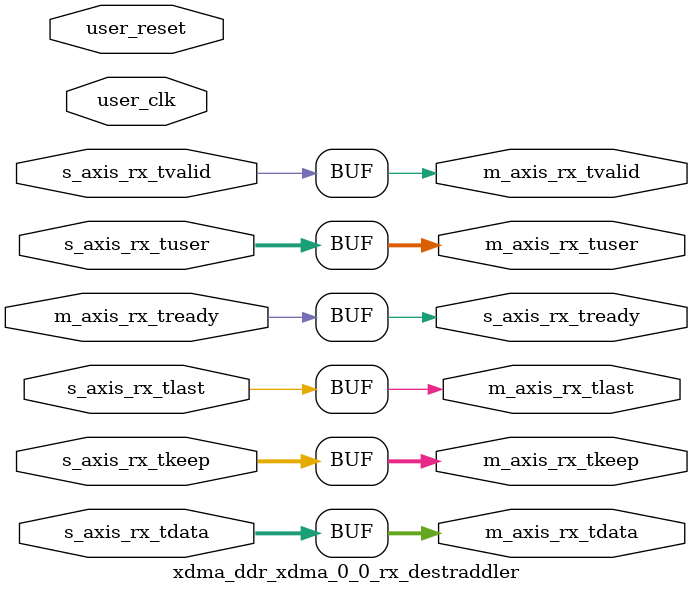
<source format=sv>


`timescale 1ps/1ps

module xdma_ddr_xdma_0_0_rx_destraddler #(
  parameter C_AXI_DATA_WIDTH = 64,                     // RX/TX interface data width
  parameter C_KEEP_WIDTH     = C_AXI_DATA_WIDTH/8,     // TKEEP width
  parameter TCQ              = 1                       // Clock to Q time

  ) (

  input                         user_clk,
  input                         user_reset,

  //-------------------------------------------------
  // AXI-S RX Interface from PCIe Hard Block
  //-------------------------------------------------
  input  [C_AXI_DATA_WIDTH-1:0] s_axis_rx_tdata,       // RX data
  input                         s_axis_rx_tvalid,      // RX data is valid
  output reg                    s_axis_rx_tready,      // RX ready for data
  input      [C_KEEP_WIDTH-1:0] s_axis_rx_tkeep,       // RX strobe byte enables
  input                         s_axis_rx_tlast,       // RX data is last
  input                  [21:0] s_axis_rx_tuser,       // RX user signals

  //-------------------------------------------------
  // AXI-S RX Interface to RX Demux
  //-------------------------------------------------
  output reg [C_AXI_DATA_WIDTH-1:0] m_axis_rx_tdata,       // RX data
  output reg                        m_axis_rx_tvalid,      // RX data is valid
  input                             m_axis_rx_tready,      // RX ready for data
  output reg    [C_KEEP_WIDTH-1:0]  m_axis_rx_tkeep,       // RX strobe byte enables
  output reg                        m_axis_rx_tlast,       // RX data is last
  output reg                [21:0]  m_axis_rx_tuser        // RX user signals

);

generate
if(C_AXI_DATA_WIDTH == 128) begin : data_width_128

  // Local parameters

  localparam NORMAL_PACKET    = 2'b00;
  localparam STRADDLED_PACKET = 2'b01;
  localparam THROTTLE_TLP     = 2'b10;

  // Wire and Register Declarations

  reg [1:0]  state;
  reg [63:0] prev_data_half;
  reg [7:0]  prev_keep_half;
  reg [21:0] prev_user_half;


  always @(posedge user_clk) begin

    if (user_reset) begin

      state <= #TCQ NORMAL_PACKET;

    end else begin

      if (m_axis_rx_tready) begin

        // Store higher DWs in case it's straddled packet
        prev_data_half <= #TCQ s_axis_rx_tdata[127:64];
        prev_keep_half <= #TCQ s_axis_rx_tkeep[15:8];
        prev_user_half <= #TCQ s_axis_rx_tuser;

        case (state)

        NORMAL_PACKET: begin

          if (s_axis_rx_tuser[14] && s_axis_rx_tuser[13]) begin // SOF && Start @ DW2/3

            state           <= #TCQ STRADDLED_PACKET;

          end

        end // NORMAL_PACKET

        STRADDLED_PACKET: begin

          if (s_axis_rx_tuser[21] && !s_axis_rx_tuser[14]) begin // EOF && !SOF

            if (s_axis_rx_tuser[20]) begin          // EOF @ DW2/3
              state           <= #TCQ THROTTLE_TLP;
            end else begin                          // EOF @ DW0/1
              state           <= #TCQ NORMAL_PACKET;
            end

          end // EOF && !SOF

          // Note for all possible conditions in this state:
          // else if EOF && SOF  : SOF can only start @ DW2/3, so EOF can only be @ DW0/1. Stay in this state
          // else if !EOF && SOF : Will never have SOF only in this state. Stay in this state
          // else if !EOF && !SOF: No change. Stay in this state

        end // STRADDLED_PACKET

        THROTTLE_TLP: begin

          state <= #TCQ NORMAL_PACKET;

        end // THROTTLE_TLP

        default: begin

          state <= #TCQ NORMAL_PACKET;

        end // default

        endcase

      end // s_axis_rx_tready
    end // reset
  end // always

  always @(*) begin

      case (state)

      NORMAL_PACKET: begin

        m_axis_rx_tdata  = s_axis_rx_tdata;
        m_axis_rx_tvalid = s_axis_rx_tvalid;
        s_axis_rx_tready = m_axis_rx_tready;
        m_axis_rx_tkeep  =   (s_axis_rx_tuser[20:19] == 2'b00) ? 16'h000F :
                           ( (s_axis_rx_tuser[20:19] == 2'b01) ? 16'h00FF :
                           ( (s_axis_rx_tuser[20:19] == 2'b10) ? 16'h0FFF :
                                                                 16'hFFFF ));

        m_axis_rx_tlast  = s_axis_rx_tuser[21];

        // If EOF or (EOF and SOF), zero out SOF field. If SOF, the EOF field is already zero in this state
        m_axis_rx_tuser  = s_axis_rx_tuser[21] ? ( {s_axis_rx_tuser[21:15], 5'b0, s_axis_rx_tuser[9:0]} ) :
                                                 ( s_axis_rx_tuser                                      ) ;

      end

      STRADDLED_PACKET: begin

        m_axis_rx_tdata  = {s_axis_rx_tdata[63:0], prev_data_half};
        m_axis_rx_tvalid = s_axis_rx_tvalid;
        s_axis_rx_tready = m_axis_rx_tready;

        m_axis_rx_tkeep  = { ((s_axis_rx_tuser[20:19] == 2'b00) ? 8'h0F : 8'hFF),
                             8'hFF
                           };

      //  m_axis_rx_tlast  = (s_axis_rx_tuser[21] && s_axis_rx_tuser[20]) ? 1'b0 : 1'b1;
         m_axis_rx_tlast  = s_axis_rx_tuser[20] ? 1'b0 : 1'b1;

        // If SOF seen previously, zero out EOF. If EOF or (EOF and SOF) currently, zero out SOF field.
        m_axis_rx_tuser  = prev_user_half[14] ? {5'b0, prev_user_half[16:0]} :
                                                ( s_axis_rx_tuser[21] ? ( {s_axis_rx_tuser[21:15], 5'b0, s_axis_rx_tuser[9:0]} ) :
                                                                        ( s_axis_rx_tuser                                      )
                                                );

      end

      THROTTLE_TLP: begin

        m_axis_rx_tdata  = {64'h0, prev_data_half};
        m_axis_rx_tvalid = 1'b1;
        s_axis_rx_tready = 1'b0;

        m_axis_rx_tkeep  = { 8'h0, 
                             ((prev_user_half[20:19] == 2'b10) ? 8'h0F : 8'hFF)
                           };

        m_axis_rx_tlast  = 1'b1;
        m_axis_rx_tuser  = {prev_user_half[21:15], 5'b0, prev_user_half[9:0]}; // Zero out SOF field

      end

      default: begin

        m_axis_rx_tdata  = s_axis_rx_tdata;
        m_axis_rx_tvalid = s_axis_rx_tvalid;
        s_axis_rx_tready = m_axis_rx_tready;
        m_axis_rx_tkeep  = s_axis_rx_tkeep;
        m_axis_rx_tlast  = s_axis_rx_tuser[21];
        m_axis_rx_tuser  = s_axis_rx_tuser;

      end

      endcase

  end // always

end // data_width_128
else begin: data_width_64

  // No straddling in 64-bit mode. Pass through all signals as is
  always @(*) begin

    m_axis_rx_tdata  = s_axis_rx_tdata;
    m_axis_rx_tvalid = s_axis_rx_tvalid;
    s_axis_rx_tready = m_axis_rx_tready;
    m_axis_rx_tkeep  = s_axis_rx_tkeep;
    m_axis_rx_tlast  = s_axis_rx_tlast;
    m_axis_rx_tuser  = s_axis_rx_tuser;

  end // always

end // data_width_64
endgenerate

endmodule

</source>
